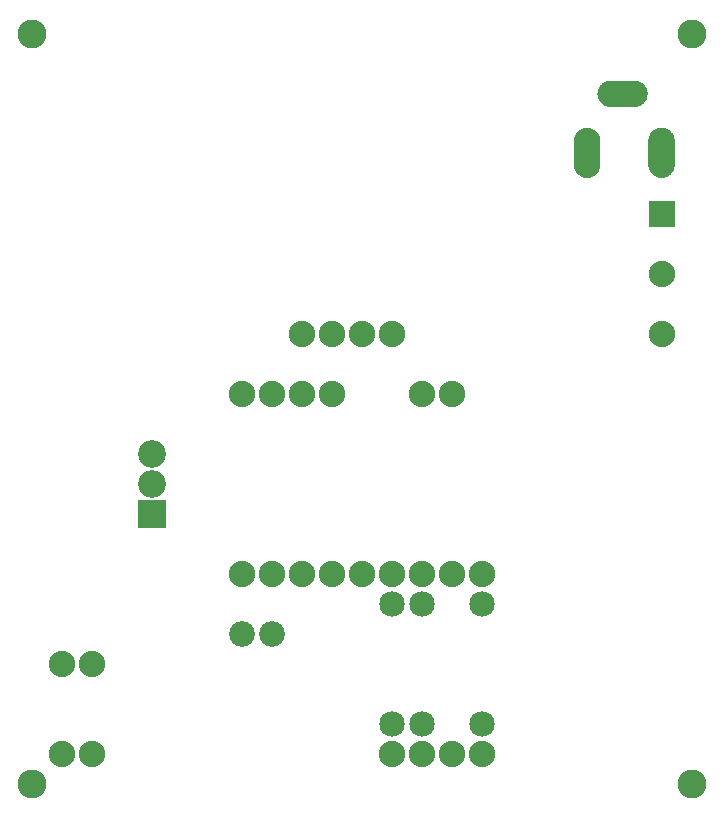
<source format=gts>
G04 MADE WITH FRITZING*
G04 WWW.FRITZING.ORG*
G04 DOUBLE SIDED*
G04 HOLES PLATED*
G04 CONTOUR ON CENTER OF CONTOUR VECTOR*
%ASAXBY*%
%FSLAX23Y23*%
%MOIN*%
%OFA0B0*%
%SFA1.0B1.0*%
%ADD10C,0.088000*%
%ADD11C,0.088740*%
%ADD12C,0.096614*%
%ADD13C,0.085433*%
%ADD14C,0.092000*%
%ADD15C,0.085000*%
%ADD16R,0.092000X0.092000*%
%ADD17R,0.088000X0.088000*%
%ADD18R,0.001000X0.001000*%
%LNMASK1*%
G90*
G70*
G54D10*
X1573Y171D03*
X1473Y171D03*
X1373Y171D03*
X1273Y171D03*
X1573Y171D03*
X1473Y171D03*
X1373Y171D03*
X1273Y171D03*
X1273Y1571D03*
X1173Y1571D03*
X1073Y1571D03*
X973Y1571D03*
X1273Y1571D03*
X1173Y1571D03*
X1073Y1571D03*
X973Y1571D03*
X273Y471D03*
X173Y471D03*
X273Y471D03*
X173Y471D03*
X273Y171D03*
X173Y171D03*
X273Y171D03*
X173Y171D03*
G54D11*
X1925Y2174D03*
X2173Y2174D03*
X2044Y2371D03*
X1925Y2174D03*
X2173Y2174D03*
X2044Y2371D03*
G54D12*
X2273Y71D03*
X73Y71D03*
X2273Y2571D03*
X73Y2571D03*
G54D13*
X873Y571D03*
X773Y571D03*
G54D14*
X473Y971D03*
X473Y1071D03*
X473Y1171D03*
G54D15*
X1273Y671D03*
X1273Y271D03*
X1373Y671D03*
X1373Y271D03*
X1573Y671D03*
X1573Y271D03*
G54D10*
X2173Y1971D03*
X2173Y1771D03*
X2173Y1571D03*
X1073Y1371D03*
X973Y1371D03*
X873Y1371D03*
X773Y1371D03*
X1073Y1371D03*
X973Y1371D03*
X873Y1371D03*
X773Y1371D03*
X1473Y1371D03*
X1373Y1371D03*
X1473Y1371D03*
X1373Y1371D03*
X1573Y771D03*
X1473Y771D03*
X1373Y771D03*
X1273Y771D03*
X1173Y771D03*
X1073Y771D03*
X973Y771D03*
X873Y771D03*
X773Y771D03*
X1573Y771D03*
X1473Y771D03*
X1373Y771D03*
X1273Y771D03*
X1173Y771D03*
X1073Y771D03*
X973Y771D03*
X873Y771D03*
X773Y771D03*
G54D16*
X473Y971D03*
G54D17*
X2173Y1971D03*
G54D18*
X1996Y2415D02*
X2089Y2415D01*
X1992Y2414D02*
X2094Y2414D01*
X1989Y2413D02*
X2097Y2413D01*
X1986Y2412D02*
X2099Y2412D01*
X1984Y2411D02*
X2101Y2411D01*
X1982Y2410D02*
X2103Y2410D01*
X1980Y2409D02*
X2105Y2409D01*
X1979Y2408D02*
X2106Y2408D01*
X1977Y2407D02*
X2108Y2407D01*
X1976Y2406D02*
X2109Y2406D01*
X1975Y2405D02*
X2110Y2405D01*
X1974Y2404D02*
X2111Y2404D01*
X1973Y2403D02*
X2113Y2403D01*
X1972Y2402D02*
X2114Y2402D01*
X1971Y2401D02*
X2114Y2401D01*
X1970Y2400D02*
X2115Y2400D01*
X1969Y2399D02*
X2116Y2399D01*
X1968Y2398D02*
X2117Y2398D01*
X1968Y2397D02*
X2118Y2397D01*
X1967Y2396D02*
X2118Y2396D01*
X1966Y2395D02*
X2119Y2395D01*
X1966Y2394D02*
X2119Y2394D01*
X1965Y2393D02*
X2120Y2393D01*
X1965Y2392D02*
X2121Y2392D01*
X1964Y2391D02*
X2121Y2391D01*
X1964Y2390D02*
X2122Y2390D01*
X1963Y2389D02*
X2122Y2389D01*
X1963Y2388D02*
X2122Y2388D01*
X1962Y2387D02*
X2123Y2387D01*
X1962Y2386D02*
X2041Y2386D01*
X2044Y2386D02*
X2123Y2386D01*
X1962Y2385D02*
X2036Y2385D01*
X2049Y2385D02*
X2124Y2385D01*
X1961Y2384D02*
X2034Y2384D01*
X2051Y2384D02*
X2124Y2384D01*
X1961Y2383D02*
X2033Y2383D01*
X2052Y2383D02*
X2124Y2383D01*
X1961Y2382D02*
X2032Y2382D01*
X2053Y2382D02*
X2124Y2382D01*
X1960Y2381D02*
X2031Y2381D01*
X2054Y2381D02*
X2125Y2381D01*
X1960Y2380D02*
X2030Y2380D01*
X2055Y2380D02*
X2125Y2380D01*
X1960Y2379D02*
X2029Y2379D01*
X2056Y2379D02*
X2125Y2379D01*
X1960Y2378D02*
X2029Y2378D01*
X2056Y2378D02*
X2125Y2378D01*
X1960Y2377D02*
X2028Y2377D01*
X2057Y2377D02*
X2125Y2377D01*
X1960Y2376D02*
X2028Y2376D01*
X2057Y2376D02*
X2126Y2376D01*
X1960Y2375D02*
X2028Y2375D01*
X2057Y2375D02*
X2126Y2375D01*
X1959Y2374D02*
X2028Y2374D01*
X2058Y2374D02*
X2126Y2374D01*
X1959Y2373D02*
X2028Y2373D01*
X2058Y2373D02*
X2126Y2373D01*
X1959Y2372D02*
X2027Y2372D01*
X2058Y2372D02*
X2126Y2372D01*
X1959Y2371D02*
X2027Y2371D01*
X2058Y2371D02*
X2126Y2371D01*
X1959Y2370D02*
X2028Y2370D01*
X2058Y2370D02*
X2126Y2370D01*
X1959Y2369D02*
X2028Y2369D01*
X2058Y2369D02*
X2126Y2369D01*
X1960Y2368D02*
X2028Y2368D01*
X2057Y2368D02*
X2126Y2368D01*
X1960Y2367D02*
X2028Y2367D01*
X2057Y2367D02*
X2126Y2367D01*
X1960Y2366D02*
X2028Y2366D01*
X2057Y2366D02*
X2125Y2366D01*
X1960Y2365D02*
X2029Y2365D01*
X2056Y2365D02*
X2125Y2365D01*
X1960Y2364D02*
X2029Y2364D01*
X2056Y2364D02*
X2125Y2364D01*
X1960Y2363D02*
X2030Y2363D01*
X2055Y2363D02*
X2125Y2363D01*
X1960Y2362D02*
X2031Y2362D01*
X2054Y2362D02*
X2125Y2362D01*
X1961Y2361D02*
X2032Y2361D01*
X2053Y2361D02*
X2124Y2361D01*
X1961Y2360D02*
X2033Y2360D01*
X2052Y2360D02*
X2124Y2360D01*
X1961Y2359D02*
X2034Y2359D01*
X2051Y2359D02*
X2124Y2359D01*
X1962Y2358D02*
X2036Y2358D01*
X2049Y2358D02*
X2124Y2358D01*
X1962Y2357D02*
X2039Y2357D01*
X2046Y2357D02*
X2123Y2357D01*
X1962Y2356D02*
X2123Y2356D01*
X1963Y2355D02*
X2123Y2355D01*
X1963Y2354D02*
X2122Y2354D01*
X1963Y2353D02*
X2122Y2353D01*
X1964Y2352D02*
X2121Y2352D01*
X1964Y2351D02*
X2121Y2351D01*
X1965Y2350D02*
X2120Y2350D01*
X1966Y2349D02*
X2120Y2349D01*
X1966Y2348D02*
X2119Y2348D01*
X1967Y2347D02*
X2118Y2347D01*
X1967Y2346D02*
X2118Y2346D01*
X1968Y2345D02*
X2117Y2345D01*
X1969Y2344D02*
X2116Y2344D01*
X1970Y2343D02*
X2115Y2343D01*
X1971Y2342D02*
X2115Y2342D01*
X1972Y2341D02*
X2114Y2341D01*
X1972Y2340D02*
X2113Y2340D01*
X1974Y2339D02*
X2112Y2339D01*
X1975Y2338D02*
X2110Y2338D01*
X1976Y2337D02*
X2109Y2337D01*
X1977Y2336D02*
X2108Y2336D01*
X1979Y2335D02*
X2107Y2335D01*
X1980Y2334D02*
X2105Y2334D01*
X1982Y2333D02*
X2103Y2333D01*
X1984Y2332D02*
X2101Y2332D01*
X1986Y2331D02*
X2099Y2331D01*
X1988Y2330D02*
X2097Y2330D01*
X1991Y2329D02*
X2094Y2329D01*
X1995Y2328D02*
X2090Y2328D01*
X1920Y2258D02*
X1929Y2258D01*
X2168Y2258D02*
X2177Y2258D01*
X1915Y2257D02*
X1934Y2257D01*
X2162Y2257D02*
X2182Y2257D01*
X1911Y2256D02*
X1938Y2256D01*
X2159Y2256D02*
X2186Y2256D01*
X1908Y2255D02*
X1941Y2255D01*
X2156Y2255D02*
X2189Y2255D01*
X1906Y2254D02*
X1943Y2254D01*
X2154Y2254D02*
X2191Y2254D01*
X1904Y2253D02*
X1945Y2253D01*
X2152Y2253D02*
X2193Y2253D01*
X1902Y2252D02*
X1947Y2252D01*
X2150Y2252D02*
X2195Y2252D01*
X1901Y2251D02*
X1948Y2251D01*
X2149Y2251D02*
X2196Y2251D01*
X1899Y2250D02*
X1950Y2250D01*
X2147Y2250D02*
X2198Y2250D01*
X1898Y2249D02*
X1951Y2249D01*
X2146Y2249D02*
X2199Y2249D01*
X1897Y2248D02*
X1952Y2248D01*
X2145Y2248D02*
X2200Y2248D01*
X1895Y2247D02*
X1954Y2247D01*
X2143Y2247D02*
X2202Y2247D01*
X1894Y2246D02*
X1955Y2246D01*
X2142Y2246D02*
X2203Y2246D01*
X1893Y2245D02*
X1956Y2245D01*
X2141Y2245D02*
X2204Y2245D01*
X1892Y2244D02*
X1957Y2244D01*
X2140Y2244D02*
X2205Y2244D01*
X1891Y2243D02*
X1957Y2243D01*
X2139Y2243D02*
X2205Y2243D01*
X1891Y2242D02*
X1958Y2242D01*
X2139Y2242D02*
X2206Y2242D01*
X1890Y2241D02*
X1959Y2241D01*
X2138Y2241D02*
X2207Y2241D01*
X1889Y2240D02*
X1960Y2240D01*
X2137Y2240D02*
X2208Y2240D01*
X1888Y2239D02*
X1961Y2239D01*
X2136Y2239D02*
X2209Y2239D01*
X1888Y2238D02*
X1961Y2238D01*
X2136Y2238D02*
X2209Y2238D01*
X1887Y2237D02*
X1962Y2237D01*
X2135Y2237D02*
X2210Y2237D01*
X1887Y2236D02*
X1962Y2236D01*
X2135Y2236D02*
X2210Y2236D01*
X1886Y2235D02*
X1963Y2235D01*
X2134Y2235D02*
X2211Y2235D01*
X1886Y2234D02*
X1963Y2234D01*
X2133Y2234D02*
X2211Y2234D01*
X1885Y2233D02*
X1964Y2233D01*
X2133Y2233D02*
X2212Y2233D01*
X1885Y2232D02*
X1964Y2232D01*
X2133Y2232D02*
X2212Y2232D01*
X1884Y2231D02*
X1965Y2231D01*
X2132Y2231D02*
X2213Y2231D01*
X1884Y2230D02*
X1965Y2230D01*
X2132Y2230D02*
X2213Y2230D01*
X1883Y2229D02*
X1966Y2229D01*
X2131Y2229D02*
X2214Y2229D01*
X1883Y2228D02*
X1966Y2228D01*
X2131Y2228D02*
X2214Y2228D01*
X1883Y2227D02*
X1966Y2227D01*
X2131Y2227D02*
X2214Y2227D01*
X1882Y2226D02*
X1967Y2226D01*
X2130Y2226D02*
X2215Y2226D01*
X1882Y2225D02*
X1967Y2225D01*
X2130Y2225D02*
X2215Y2225D01*
X1882Y2224D02*
X1967Y2224D01*
X2130Y2224D02*
X2215Y2224D01*
X1882Y2223D02*
X1967Y2223D01*
X2130Y2223D02*
X2215Y2223D01*
X1881Y2222D02*
X1968Y2222D01*
X2129Y2222D02*
X2216Y2222D01*
X1881Y2221D02*
X1968Y2221D01*
X2129Y2221D02*
X2216Y2221D01*
X1881Y2220D02*
X1968Y2220D01*
X2129Y2220D02*
X2216Y2220D01*
X1881Y2219D02*
X1968Y2219D01*
X2129Y2219D02*
X2216Y2219D01*
X1881Y2218D02*
X1968Y2218D01*
X2129Y2218D02*
X2216Y2218D01*
X1881Y2217D02*
X1968Y2217D01*
X2129Y2217D02*
X2216Y2217D01*
X1881Y2216D02*
X1968Y2216D01*
X2129Y2216D02*
X2216Y2216D01*
X1881Y2215D02*
X1968Y2215D01*
X2129Y2215D02*
X2216Y2215D01*
X1881Y2214D02*
X1968Y2214D01*
X2129Y2214D02*
X2216Y2214D01*
X1881Y2213D02*
X1968Y2213D01*
X2129Y2213D02*
X2216Y2213D01*
X1881Y2212D02*
X1968Y2212D01*
X2129Y2212D02*
X2216Y2212D01*
X1881Y2211D02*
X1968Y2211D01*
X2129Y2211D02*
X2216Y2211D01*
X1881Y2210D02*
X1968Y2210D01*
X2129Y2210D02*
X2216Y2210D01*
X1881Y2209D02*
X1968Y2209D01*
X2129Y2209D02*
X2216Y2209D01*
X1881Y2208D02*
X1968Y2208D01*
X2129Y2208D02*
X2216Y2208D01*
X1881Y2207D02*
X1968Y2207D01*
X2129Y2207D02*
X2216Y2207D01*
X1881Y2206D02*
X1968Y2206D01*
X2129Y2206D02*
X2216Y2206D01*
X1881Y2205D02*
X1968Y2205D01*
X2129Y2205D02*
X2216Y2205D01*
X1881Y2204D02*
X1968Y2204D01*
X2129Y2204D02*
X2216Y2204D01*
X1881Y2203D02*
X1968Y2203D01*
X2129Y2203D02*
X2216Y2203D01*
X1881Y2202D02*
X1968Y2202D01*
X2129Y2202D02*
X2216Y2202D01*
X1881Y2201D02*
X1968Y2201D01*
X2129Y2201D02*
X2216Y2201D01*
X1881Y2200D02*
X1968Y2200D01*
X2129Y2200D02*
X2216Y2200D01*
X1881Y2199D02*
X1968Y2199D01*
X2129Y2199D02*
X2216Y2199D01*
X1881Y2198D02*
X1968Y2198D01*
X2129Y2198D02*
X2216Y2198D01*
X1881Y2197D02*
X1968Y2197D01*
X2129Y2197D02*
X2216Y2197D01*
X1881Y2196D02*
X1968Y2196D01*
X2129Y2196D02*
X2216Y2196D01*
X1881Y2195D02*
X1968Y2195D01*
X2129Y2195D02*
X2216Y2195D01*
X1881Y2194D02*
X1968Y2194D01*
X2129Y2194D02*
X2216Y2194D01*
X1881Y2193D02*
X1968Y2193D01*
X2129Y2193D02*
X2216Y2193D01*
X1881Y2192D02*
X1968Y2192D01*
X2129Y2192D02*
X2216Y2192D01*
X1881Y2191D02*
X1968Y2191D01*
X2129Y2191D02*
X2216Y2191D01*
X1881Y2190D02*
X1968Y2190D01*
X2129Y2190D02*
X2216Y2190D01*
X1881Y2189D02*
X1921Y2189D01*
X1928Y2189D02*
X1968Y2189D01*
X2129Y2189D02*
X2169Y2189D01*
X2176Y2189D02*
X2216Y2189D01*
X1881Y2188D02*
X1918Y2188D01*
X1931Y2188D02*
X1968Y2188D01*
X2129Y2188D02*
X2166Y2188D01*
X2179Y2188D02*
X2216Y2188D01*
X1881Y2187D02*
X1916Y2187D01*
X1933Y2187D02*
X1968Y2187D01*
X2129Y2187D02*
X2164Y2187D01*
X2181Y2187D02*
X2216Y2187D01*
X1881Y2186D02*
X1915Y2186D01*
X1934Y2186D02*
X1968Y2186D01*
X2129Y2186D02*
X2163Y2186D01*
X2182Y2186D02*
X2216Y2186D01*
X1881Y2185D02*
X1914Y2185D01*
X1935Y2185D02*
X1968Y2185D01*
X2129Y2185D02*
X2162Y2185D01*
X2183Y2185D02*
X2216Y2185D01*
X1881Y2184D02*
X1913Y2184D01*
X1936Y2184D02*
X1968Y2184D01*
X2129Y2184D02*
X2161Y2184D01*
X2184Y2184D02*
X2216Y2184D01*
X1881Y2183D02*
X1912Y2183D01*
X1937Y2183D02*
X1968Y2183D01*
X2129Y2183D02*
X2160Y2183D01*
X2185Y2183D02*
X2216Y2183D01*
X1881Y2182D02*
X1911Y2182D01*
X1938Y2182D02*
X1968Y2182D01*
X2129Y2182D02*
X2159Y2182D01*
X2186Y2182D02*
X2216Y2182D01*
X1881Y2181D02*
X1911Y2181D01*
X1938Y2181D02*
X1968Y2181D01*
X2129Y2181D02*
X2159Y2181D01*
X2186Y2181D02*
X2216Y2181D01*
X1881Y2180D02*
X1910Y2180D01*
X1939Y2180D02*
X1968Y2180D01*
X2129Y2180D02*
X2158Y2180D01*
X2187Y2180D02*
X2216Y2180D01*
X1881Y2179D02*
X1910Y2179D01*
X1939Y2179D02*
X1968Y2179D01*
X2129Y2179D02*
X2158Y2179D01*
X2187Y2179D02*
X2216Y2179D01*
X1881Y2178D02*
X1910Y2178D01*
X1939Y2178D02*
X1968Y2178D01*
X2129Y2178D02*
X2158Y2178D01*
X2187Y2178D02*
X2216Y2178D01*
X1881Y2177D02*
X1910Y2177D01*
X1939Y2177D02*
X1968Y2177D01*
X2129Y2177D02*
X2157Y2177D01*
X2187Y2177D02*
X2216Y2177D01*
X1881Y2176D02*
X1909Y2176D01*
X1940Y2176D02*
X1968Y2176D01*
X2129Y2176D02*
X2157Y2176D01*
X2188Y2176D02*
X2216Y2176D01*
X1881Y2175D02*
X1909Y2175D01*
X1940Y2175D02*
X1968Y2175D01*
X2129Y2175D02*
X2157Y2175D01*
X2188Y2175D02*
X2216Y2175D01*
X1881Y2174D02*
X1909Y2174D01*
X1940Y2174D02*
X1968Y2174D01*
X2129Y2174D02*
X2157Y2174D01*
X2188Y2174D02*
X2216Y2174D01*
X1881Y2173D02*
X1909Y2173D01*
X1940Y2173D02*
X1968Y2173D01*
X2129Y2173D02*
X2157Y2173D01*
X2187Y2173D02*
X2216Y2173D01*
X1881Y2172D02*
X1910Y2172D01*
X1939Y2172D02*
X1968Y2172D01*
X2129Y2172D02*
X2158Y2172D01*
X2187Y2172D02*
X2216Y2172D01*
X1881Y2171D02*
X1910Y2171D01*
X1939Y2171D02*
X1968Y2171D01*
X2129Y2171D02*
X2158Y2171D01*
X2187Y2171D02*
X2216Y2171D01*
X1881Y2170D02*
X1910Y2170D01*
X1939Y2170D02*
X1968Y2170D01*
X2129Y2170D02*
X2158Y2170D01*
X2187Y2170D02*
X2216Y2170D01*
X1881Y2169D02*
X1910Y2169D01*
X1939Y2169D02*
X1968Y2169D01*
X2129Y2169D02*
X2158Y2169D01*
X2187Y2169D02*
X2216Y2169D01*
X1881Y2168D02*
X1911Y2168D01*
X1938Y2168D02*
X1968Y2168D01*
X2129Y2168D02*
X2159Y2168D01*
X2186Y2168D02*
X2216Y2168D01*
X1881Y2167D02*
X1911Y2167D01*
X1938Y2167D02*
X1968Y2167D01*
X2129Y2167D02*
X2159Y2167D01*
X2186Y2167D02*
X2216Y2167D01*
X1881Y2166D02*
X1912Y2166D01*
X1937Y2166D02*
X1968Y2166D01*
X2129Y2166D02*
X2160Y2166D01*
X2185Y2166D02*
X2216Y2166D01*
X1881Y2165D02*
X1913Y2165D01*
X1936Y2165D02*
X1968Y2165D01*
X2129Y2165D02*
X2161Y2165D01*
X2184Y2165D02*
X2216Y2165D01*
X1881Y2164D02*
X1914Y2164D01*
X1935Y2164D02*
X1968Y2164D01*
X2129Y2164D02*
X2162Y2164D01*
X2183Y2164D02*
X2216Y2164D01*
X1881Y2163D02*
X1915Y2163D01*
X1934Y2163D02*
X1968Y2163D01*
X2129Y2163D02*
X2163Y2163D01*
X2182Y2163D02*
X2216Y2163D01*
X1881Y2162D02*
X1917Y2162D01*
X1932Y2162D02*
X1968Y2162D01*
X2129Y2162D02*
X2164Y2162D01*
X2180Y2162D02*
X2216Y2162D01*
X1881Y2161D02*
X1918Y2161D01*
X1931Y2161D02*
X1968Y2161D01*
X2129Y2161D02*
X2166Y2161D01*
X2179Y2161D02*
X2216Y2161D01*
X1881Y2160D02*
X1968Y2160D01*
X2129Y2160D02*
X2216Y2160D01*
X1881Y2159D02*
X1968Y2159D01*
X2129Y2159D02*
X2216Y2159D01*
X1881Y2158D02*
X1968Y2158D01*
X2129Y2158D02*
X2216Y2158D01*
X1881Y2157D02*
X1968Y2157D01*
X2129Y2157D02*
X2216Y2157D01*
X1881Y2156D02*
X1968Y2156D01*
X2129Y2156D02*
X2216Y2156D01*
X1881Y2155D02*
X1968Y2155D01*
X2129Y2155D02*
X2216Y2155D01*
X1881Y2154D02*
X1968Y2154D01*
X2129Y2154D02*
X2216Y2154D01*
X1881Y2153D02*
X1968Y2153D01*
X2129Y2153D02*
X2216Y2153D01*
X1881Y2152D02*
X1968Y2152D01*
X2129Y2152D02*
X2216Y2152D01*
X1881Y2151D02*
X1968Y2151D01*
X2129Y2151D02*
X2216Y2151D01*
X1881Y2150D02*
X1968Y2150D01*
X2129Y2150D02*
X2216Y2150D01*
X1881Y2149D02*
X1968Y2149D01*
X2129Y2149D02*
X2216Y2149D01*
X1881Y2148D02*
X1968Y2148D01*
X2129Y2148D02*
X2216Y2148D01*
X1881Y2147D02*
X1968Y2147D01*
X2129Y2147D02*
X2216Y2147D01*
X1881Y2146D02*
X1968Y2146D01*
X2129Y2146D02*
X2216Y2146D01*
X1881Y2145D02*
X1968Y2145D01*
X2129Y2145D02*
X2216Y2145D01*
X1881Y2144D02*
X1968Y2144D01*
X2129Y2144D02*
X2216Y2144D01*
X1881Y2143D02*
X1968Y2143D01*
X2129Y2143D02*
X2216Y2143D01*
X1881Y2142D02*
X1968Y2142D01*
X2129Y2142D02*
X2216Y2142D01*
X1881Y2141D02*
X1968Y2141D01*
X2129Y2141D02*
X2216Y2141D01*
X1881Y2140D02*
X1968Y2140D01*
X2129Y2140D02*
X2216Y2140D01*
X1881Y2139D02*
X1968Y2139D01*
X2129Y2139D02*
X2216Y2139D01*
X1881Y2138D02*
X1968Y2138D01*
X2129Y2138D02*
X2216Y2138D01*
X1881Y2137D02*
X1968Y2137D01*
X2129Y2137D02*
X2216Y2137D01*
X1881Y2136D02*
X1968Y2136D01*
X2129Y2136D02*
X2216Y2136D01*
X1881Y2135D02*
X1968Y2135D01*
X2129Y2135D02*
X2216Y2135D01*
X1881Y2134D02*
X1968Y2134D01*
X2129Y2134D02*
X2216Y2134D01*
X1881Y2133D02*
X1968Y2133D01*
X2129Y2133D02*
X2216Y2133D01*
X1881Y2132D02*
X1968Y2132D01*
X2129Y2132D02*
X2216Y2132D01*
X1881Y2131D02*
X1968Y2131D01*
X2129Y2131D02*
X2216Y2131D01*
X1881Y2130D02*
X1968Y2130D01*
X2129Y2130D02*
X2216Y2130D01*
X1881Y2129D02*
X1968Y2129D01*
X2129Y2129D02*
X2216Y2129D01*
X1881Y2128D02*
X1968Y2128D01*
X2129Y2128D02*
X2216Y2128D01*
X1881Y2127D02*
X1967Y2127D01*
X2129Y2127D02*
X2215Y2127D01*
X1882Y2126D02*
X1967Y2126D01*
X2130Y2126D02*
X2215Y2126D01*
X1882Y2125D02*
X1967Y2125D01*
X2130Y2125D02*
X2215Y2125D01*
X1882Y2124D02*
X1967Y2124D01*
X2130Y2124D02*
X2215Y2124D01*
X1882Y2123D02*
X1967Y2123D01*
X2130Y2123D02*
X2214Y2123D01*
X1883Y2122D02*
X1966Y2122D01*
X2131Y2122D02*
X2214Y2122D01*
X1883Y2121D02*
X1966Y2121D01*
X2131Y2121D02*
X2214Y2121D01*
X1883Y2120D02*
X1965Y2120D01*
X2131Y2120D02*
X2213Y2120D01*
X1884Y2119D02*
X1965Y2119D01*
X2132Y2119D02*
X2213Y2119D01*
X1884Y2118D02*
X1965Y2118D01*
X2132Y2118D02*
X2213Y2118D01*
X1885Y2117D02*
X1964Y2117D01*
X2133Y2117D02*
X2212Y2117D01*
X1885Y2116D02*
X1964Y2116D01*
X2133Y2116D02*
X2212Y2116D01*
X1886Y2115D02*
X1963Y2115D01*
X2134Y2115D02*
X2211Y2115D01*
X1886Y2114D02*
X1963Y2114D01*
X2134Y2114D02*
X2211Y2114D01*
X1887Y2113D02*
X1962Y2113D01*
X2135Y2113D02*
X2210Y2113D01*
X1887Y2112D02*
X1962Y2112D01*
X2135Y2112D02*
X2210Y2112D01*
X1888Y2111D02*
X1961Y2111D01*
X2136Y2111D02*
X2209Y2111D01*
X1889Y2110D02*
X1960Y2110D01*
X2137Y2110D02*
X2208Y2110D01*
X1889Y2109D02*
X1960Y2109D01*
X2137Y2109D02*
X2208Y2109D01*
X1890Y2108D02*
X1959Y2108D01*
X2138Y2108D02*
X2207Y2108D01*
X1891Y2107D02*
X1958Y2107D01*
X2139Y2107D02*
X2206Y2107D01*
X1892Y2106D02*
X1957Y2106D01*
X2140Y2106D02*
X2205Y2106D01*
X1893Y2105D02*
X1956Y2105D01*
X2141Y2105D02*
X2204Y2105D01*
X1894Y2104D02*
X1955Y2104D01*
X2142Y2104D02*
X2203Y2104D01*
X1895Y2103D02*
X1954Y2103D01*
X2143Y2103D02*
X2202Y2103D01*
X1896Y2102D02*
X1953Y2102D01*
X2144Y2102D02*
X2201Y2102D01*
X1897Y2101D02*
X1952Y2101D01*
X2145Y2101D02*
X2200Y2101D01*
X1898Y2100D02*
X1951Y2100D01*
X2146Y2100D02*
X2199Y2100D01*
X1900Y2099D02*
X1949Y2099D01*
X2148Y2099D02*
X2197Y2099D01*
X1901Y2098D02*
X1948Y2098D01*
X2149Y2098D02*
X2196Y2098D01*
X1903Y2097D02*
X1946Y2097D01*
X2151Y2097D02*
X2194Y2097D01*
X1905Y2096D02*
X1944Y2096D01*
X2153Y2096D02*
X2192Y2096D01*
X1907Y2095D02*
X1942Y2095D01*
X2155Y2095D02*
X2190Y2095D01*
X1909Y2094D02*
X1940Y2094D01*
X2157Y2094D02*
X2188Y2094D01*
X1912Y2093D02*
X1937Y2093D01*
X2160Y2093D02*
X2185Y2093D01*
X1916Y2092D02*
X1933Y2092D01*
X2164Y2092D02*
X2181Y2092D01*
X1924Y2091D02*
X1925Y2091D01*
X2172Y2091D02*
X2173Y2091D01*
D02*
G04 End of Mask1*
M02*
</source>
